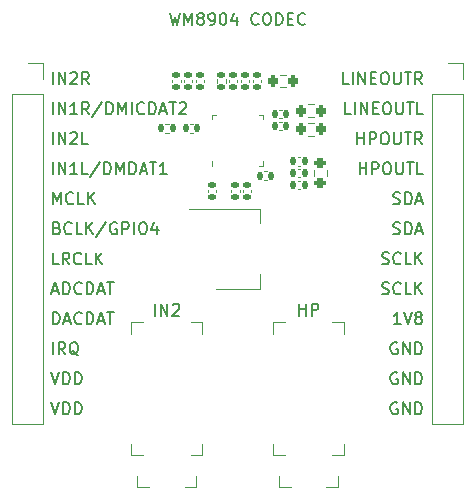
<source format=gto>
%TF.GenerationSoftware,KiCad,Pcbnew,(6.0.0-0)*%
%TF.CreationDate,2022-11-28T12:15:47+01:00*%
%TF.ProjectId,wm8904_codec_breakout,776d3839-3034-45f6-936f-6465635f6272,rev?*%
%TF.SameCoordinates,Original*%
%TF.FileFunction,Legend,Top*%
%TF.FilePolarity,Positive*%
%FSLAX46Y46*%
G04 Gerber Fmt 4.6, Leading zero omitted, Abs format (unit mm)*
G04 Created by KiCad (PCBNEW (6.0.0-0)) date 2022-11-28 12:15:47*
%MOMM*%
%LPD*%
G01*
G04 APERTURE LIST*
G04 Aperture macros list*
%AMRoundRect*
0 Rectangle with rounded corners*
0 $1 Rounding radius*
0 $2 $3 $4 $5 $6 $7 $8 $9 X,Y pos of 4 corners*
0 Add a 4 corners polygon primitive as box body*
4,1,4,$2,$3,$4,$5,$6,$7,$8,$9,$2,$3,0*
0 Add four circle primitives for the rounded corners*
1,1,$1+$1,$2,$3*
1,1,$1+$1,$4,$5*
1,1,$1+$1,$6,$7*
1,1,$1+$1,$8,$9*
0 Add four rect primitives between the rounded corners*
20,1,$1+$1,$2,$3,$4,$5,0*
20,1,$1+$1,$4,$5,$6,$7,0*
20,1,$1+$1,$6,$7,$8,$9,0*
20,1,$1+$1,$8,$9,$2,$3,0*%
G04 Aperture macros list end*
%ADD10C,0.150000*%
%ADD11C,0.120000*%
%ADD12RoundRect,0.135000X-0.185000X0.135000X-0.185000X-0.135000X0.185000X-0.135000X0.185000X0.135000X0*%
%ADD13RoundRect,0.140000X-0.140000X-0.170000X0.140000X-0.170000X0.140000X0.170000X-0.140000X0.170000X0*%
%ADD14R,1.700000X1.700000*%
%ADD15O,1.700000X1.700000*%
%ADD16C,2.500000*%
%ADD17RoundRect,0.140000X0.170000X-0.140000X0.170000X0.140000X-0.170000X0.140000X-0.170000X-0.140000X0*%
%ADD18RoundRect,0.135000X0.135000X0.185000X-0.135000X0.185000X-0.135000X-0.185000X0.135000X-0.185000X0*%
%ADD19RoundRect,0.140000X0.140000X0.170000X-0.140000X0.170000X-0.140000X-0.170000X0.140000X-0.170000X0*%
%ADD20R,3.500000X1.500000*%
%ADD21RoundRect,0.140000X-0.170000X0.140000X-0.170000X-0.140000X0.170000X-0.140000X0.170000X0.140000X0*%
%ADD22RoundRect,0.200000X-0.200000X-0.275000X0.200000X-0.275000X0.200000X0.275000X-0.200000X0.275000X0*%
%ADD23O,0.200000X0.400000*%
%ADD24O,0.400000X0.200000*%
%ADD25R,2.700000X2.700000*%
%ADD26R,2.000000X1.500000*%
%ADD27R,2.000000X3.800000*%
%ADD28RoundRect,0.200000X-0.275000X0.200000X-0.275000X-0.200000X0.275000X-0.200000X0.275000X0.200000X0*%
G04 APERTURE END LIST*
D10*
X162217071Y-83660761D02*
X162359928Y-83708380D01*
X162598023Y-83708380D01*
X162693261Y-83660761D01*
X162740880Y-83613142D01*
X162788500Y-83517904D01*
X162788500Y-83422666D01*
X162740880Y-83327428D01*
X162693261Y-83279809D01*
X162598023Y-83232190D01*
X162407547Y-83184571D01*
X162312309Y-83136952D01*
X162264690Y-83089333D01*
X162217071Y-82994095D01*
X162217071Y-82898857D01*
X162264690Y-82803619D01*
X162312309Y-82756000D01*
X162407547Y-82708380D01*
X162645642Y-82708380D01*
X162788500Y-82756000D01*
X163788500Y-83613142D02*
X163740880Y-83660761D01*
X163598023Y-83708380D01*
X163502785Y-83708380D01*
X163359928Y-83660761D01*
X163264690Y-83565523D01*
X163217071Y-83470285D01*
X163169452Y-83279809D01*
X163169452Y-83136952D01*
X163217071Y-82946476D01*
X163264690Y-82851238D01*
X163359928Y-82756000D01*
X163502785Y-82708380D01*
X163598023Y-82708380D01*
X163740880Y-82756000D01*
X163788500Y-82803619D01*
X164693261Y-83708380D02*
X164217071Y-83708380D01*
X164217071Y-82708380D01*
X165026595Y-83708380D02*
X165026595Y-82708380D01*
X165598023Y-83708380D02*
X165169452Y-83136952D01*
X165598023Y-82708380D02*
X165026595Y-83279809D01*
X134212738Y-92858380D02*
X134546071Y-93858380D01*
X134879404Y-92858380D01*
X135212738Y-93858380D02*
X135212738Y-92858380D01*
X135450833Y-92858380D01*
X135593690Y-92906000D01*
X135688928Y-93001238D01*
X135736547Y-93096476D01*
X135784166Y-93286952D01*
X135784166Y-93429809D01*
X135736547Y-93620285D01*
X135688928Y-93715523D01*
X135593690Y-93810761D01*
X135450833Y-93858380D01*
X135212738Y-93858380D01*
X136212738Y-93858380D02*
X136212738Y-92858380D01*
X136450833Y-92858380D01*
X136593690Y-92906000D01*
X136688928Y-93001238D01*
X136736547Y-93096476D01*
X136784166Y-93286952D01*
X136784166Y-93429809D01*
X136736547Y-93620285D01*
X136688928Y-93715523D01*
X136593690Y-93810761D01*
X136450833Y-93858380D01*
X136212738Y-93858380D01*
X162217071Y-86200761D02*
X162359928Y-86248380D01*
X162598023Y-86248380D01*
X162693261Y-86200761D01*
X162740880Y-86153142D01*
X162788500Y-86057904D01*
X162788500Y-85962666D01*
X162740880Y-85867428D01*
X162693261Y-85819809D01*
X162598023Y-85772190D01*
X162407547Y-85724571D01*
X162312309Y-85676952D01*
X162264690Y-85629333D01*
X162217071Y-85534095D01*
X162217071Y-85438857D01*
X162264690Y-85343619D01*
X162312309Y-85296000D01*
X162407547Y-85248380D01*
X162645642Y-85248380D01*
X162788500Y-85296000D01*
X163788500Y-86153142D02*
X163740880Y-86200761D01*
X163598023Y-86248380D01*
X163502785Y-86248380D01*
X163359928Y-86200761D01*
X163264690Y-86105523D01*
X163217071Y-86010285D01*
X163169452Y-85819809D01*
X163169452Y-85676952D01*
X163217071Y-85486476D01*
X163264690Y-85391238D01*
X163359928Y-85296000D01*
X163502785Y-85248380D01*
X163598023Y-85248380D01*
X163740880Y-85296000D01*
X163788500Y-85343619D01*
X164693261Y-86248380D02*
X164217071Y-86248380D01*
X164217071Y-85248380D01*
X165026595Y-86248380D02*
X165026595Y-85248380D01*
X165598023Y-86248380D02*
X165169452Y-85676952D01*
X165598023Y-85248380D02*
X165026595Y-85819809D01*
X163169452Y-78580761D02*
X163312309Y-78628380D01*
X163550404Y-78628380D01*
X163645642Y-78580761D01*
X163693261Y-78533142D01*
X163740880Y-78437904D01*
X163740880Y-78342666D01*
X163693261Y-78247428D01*
X163645642Y-78199809D01*
X163550404Y-78152190D01*
X163359928Y-78104571D01*
X163264690Y-78056952D01*
X163217071Y-78009333D01*
X163169452Y-77914095D01*
X163169452Y-77818857D01*
X163217071Y-77723619D01*
X163264690Y-77676000D01*
X163359928Y-77628380D01*
X163598023Y-77628380D01*
X163740880Y-77676000D01*
X164169452Y-78628380D02*
X164169452Y-77628380D01*
X164407547Y-77628380D01*
X164550404Y-77676000D01*
X164645642Y-77771238D01*
X164693261Y-77866476D01*
X164740880Y-78056952D01*
X164740880Y-78199809D01*
X164693261Y-78390285D01*
X164645642Y-78485523D01*
X164550404Y-78580761D01*
X164407547Y-78628380D01*
X164169452Y-78628380D01*
X165121833Y-78342666D02*
X165598023Y-78342666D01*
X165026595Y-78628380D02*
X165359928Y-77628380D01*
X165693261Y-78628380D01*
X163502785Y-92916000D02*
X163407547Y-92868380D01*
X163264690Y-92868380D01*
X163121833Y-92916000D01*
X163026595Y-93011238D01*
X162978976Y-93106476D01*
X162931357Y-93296952D01*
X162931357Y-93439809D01*
X162978976Y-93630285D01*
X163026595Y-93725523D01*
X163121833Y-93820761D01*
X163264690Y-93868380D01*
X163359928Y-93868380D01*
X163502785Y-93820761D01*
X163550404Y-93773142D01*
X163550404Y-93439809D01*
X163359928Y-93439809D01*
X163978976Y-93868380D02*
X163978976Y-92868380D01*
X164550404Y-93868380D01*
X164550404Y-92868380D01*
X165026595Y-93868380D02*
X165026595Y-92868380D01*
X165264690Y-92868380D01*
X165407547Y-92916000D01*
X165502785Y-93011238D01*
X165550404Y-93106476D01*
X165598023Y-93296952D01*
X165598023Y-93439809D01*
X165550404Y-93630285D01*
X165502785Y-93725523D01*
X165407547Y-93820761D01*
X165264690Y-93868380D01*
X165026595Y-93868380D01*
X134355595Y-91318380D02*
X134355595Y-90318380D01*
X135403214Y-91318380D02*
X135069880Y-90842190D01*
X134831785Y-91318380D02*
X134831785Y-90318380D01*
X135212738Y-90318380D01*
X135307976Y-90366000D01*
X135355595Y-90413619D01*
X135403214Y-90508857D01*
X135403214Y-90651714D01*
X135355595Y-90746952D01*
X135307976Y-90794571D01*
X135212738Y-90842190D01*
X134831785Y-90842190D01*
X136498452Y-91413619D02*
X136403214Y-91366000D01*
X136307976Y-91270761D01*
X136165119Y-91127904D01*
X136069880Y-91080285D01*
X135974642Y-91080285D01*
X136022261Y-91318380D02*
X135927023Y-91270761D01*
X135831785Y-91175523D01*
X135784166Y-90985047D01*
X135784166Y-90651714D01*
X135831785Y-90461238D01*
X135927023Y-90366000D01*
X136022261Y-90318380D01*
X136212738Y-90318380D01*
X136307976Y-90366000D01*
X136403214Y-90461238D01*
X136450833Y-90651714D01*
X136450833Y-90985047D01*
X136403214Y-91175523D01*
X136307976Y-91270761D01*
X136212738Y-91318380D01*
X136022261Y-91318380D01*
X134355595Y-78618380D02*
X134355595Y-77618380D01*
X134688928Y-78332666D01*
X135022261Y-77618380D01*
X135022261Y-78618380D01*
X136069880Y-78523142D02*
X136022261Y-78570761D01*
X135879404Y-78618380D01*
X135784166Y-78618380D01*
X135641309Y-78570761D01*
X135546071Y-78475523D01*
X135498452Y-78380285D01*
X135450833Y-78189809D01*
X135450833Y-78046952D01*
X135498452Y-77856476D01*
X135546071Y-77761238D01*
X135641309Y-77666000D01*
X135784166Y-77618380D01*
X135879404Y-77618380D01*
X136022261Y-77666000D01*
X136069880Y-77713619D01*
X136974642Y-78618380D02*
X136498452Y-78618380D01*
X136498452Y-77618380D01*
X137307976Y-78618380D02*
X137307976Y-77618380D01*
X137879404Y-78618380D02*
X137450833Y-78046952D01*
X137879404Y-77618380D02*
X137307976Y-78189809D01*
X134831785Y-83718380D02*
X134355595Y-83718380D01*
X134355595Y-82718380D01*
X135736547Y-83718380D02*
X135403214Y-83242190D01*
X135165119Y-83718380D02*
X135165119Y-82718380D01*
X135546071Y-82718380D01*
X135641309Y-82766000D01*
X135688928Y-82813619D01*
X135736547Y-82908857D01*
X135736547Y-83051714D01*
X135688928Y-83146952D01*
X135641309Y-83194571D01*
X135546071Y-83242190D01*
X135165119Y-83242190D01*
X136736547Y-83623142D02*
X136688928Y-83670761D01*
X136546071Y-83718380D01*
X136450833Y-83718380D01*
X136307976Y-83670761D01*
X136212738Y-83575523D01*
X136165119Y-83480285D01*
X136117500Y-83289809D01*
X136117500Y-83146952D01*
X136165119Y-82956476D01*
X136212738Y-82861238D01*
X136307976Y-82766000D01*
X136450833Y-82718380D01*
X136546071Y-82718380D01*
X136688928Y-82766000D01*
X136736547Y-82813619D01*
X137641309Y-83718380D02*
X137165119Y-83718380D01*
X137165119Y-82718380D01*
X137974642Y-83718380D02*
X137974642Y-82718380D01*
X138546071Y-83718380D02*
X138117500Y-83146952D01*
X138546071Y-82718380D02*
X137974642Y-83289809D01*
X134355595Y-73538380D02*
X134355595Y-72538380D01*
X134831785Y-73538380D02*
X134831785Y-72538380D01*
X135403214Y-73538380D01*
X135403214Y-72538380D01*
X135831785Y-72633619D02*
X135879404Y-72586000D01*
X135974642Y-72538380D01*
X136212738Y-72538380D01*
X136307976Y-72586000D01*
X136355595Y-72633619D01*
X136403214Y-72728857D01*
X136403214Y-72824095D01*
X136355595Y-72966952D01*
X135784166Y-73538380D01*
X136403214Y-73538380D01*
X137307976Y-73538380D02*
X136831785Y-73538380D01*
X136831785Y-72538380D01*
X134355595Y-76078380D02*
X134355595Y-75078380D01*
X134831785Y-76078380D02*
X134831785Y-75078380D01*
X135403214Y-76078380D01*
X135403214Y-75078380D01*
X136403214Y-76078380D02*
X135831785Y-76078380D01*
X136117500Y-76078380D02*
X136117500Y-75078380D01*
X136022261Y-75221238D01*
X135927023Y-75316476D01*
X135831785Y-75364095D01*
X137307976Y-76078380D02*
X136831785Y-76078380D01*
X136831785Y-75078380D01*
X138355595Y-75030761D02*
X137498452Y-76316476D01*
X138688928Y-76078380D02*
X138688928Y-75078380D01*
X138927023Y-75078380D01*
X139069880Y-75126000D01*
X139165119Y-75221238D01*
X139212738Y-75316476D01*
X139260357Y-75506952D01*
X139260357Y-75649809D01*
X139212738Y-75840285D01*
X139165119Y-75935523D01*
X139069880Y-76030761D01*
X138927023Y-76078380D01*
X138688928Y-76078380D01*
X139688928Y-76078380D02*
X139688928Y-75078380D01*
X140022261Y-75792666D01*
X140355595Y-75078380D01*
X140355595Y-76078380D01*
X140831785Y-76078380D02*
X140831785Y-75078380D01*
X141069880Y-75078380D01*
X141212738Y-75126000D01*
X141307976Y-75221238D01*
X141355595Y-75316476D01*
X141403214Y-75506952D01*
X141403214Y-75649809D01*
X141355595Y-75840285D01*
X141307976Y-75935523D01*
X141212738Y-76030761D01*
X141069880Y-76078380D01*
X140831785Y-76078380D01*
X141784166Y-75792666D02*
X142260357Y-75792666D01*
X141688928Y-76078380D02*
X142022261Y-75078380D01*
X142355595Y-76078380D01*
X142546071Y-75078380D02*
X143117500Y-75078380D01*
X142831785Y-76078380D02*
X142831785Y-75078380D01*
X143974642Y-76078380D02*
X143403214Y-76078380D01*
X143688928Y-76078380D02*
X143688928Y-75078380D01*
X143593690Y-75221238D01*
X143498452Y-75316476D01*
X143403214Y-75364095D01*
X163788500Y-88788380D02*
X163217071Y-88788380D01*
X163502785Y-88788380D02*
X163502785Y-87788380D01*
X163407547Y-87931238D01*
X163312309Y-88026476D01*
X163217071Y-88074095D01*
X164074214Y-87788380D02*
X164407547Y-88788380D01*
X164740880Y-87788380D01*
X165217071Y-88216952D02*
X165121833Y-88169333D01*
X165074214Y-88121714D01*
X165026595Y-88026476D01*
X165026595Y-87978857D01*
X165074214Y-87883619D01*
X165121833Y-87836000D01*
X165217071Y-87788380D01*
X165407547Y-87788380D01*
X165502785Y-87836000D01*
X165550404Y-87883619D01*
X165598023Y-87978857D01*
X165598023Y-88026476D01*
X165550404Y-88121714D01*
X165502785Y-88169333D01*
X165407547Y-88216952D01*
X165217071Y-88216952D01*
X165121833Y-88264571D01*
X165074214Y-88312190D01*
X165026595Y-88407428D01*
X165026595Y-88597904D01*
X165074214Y-88693142D01*
X165121833Y-88740761D01*
X165217071Y-88788380D01*
X165407547Y-88788380D01*
X165502785Y-88740761D01*
X165550404Y-88693142D01*
X165598023Y-88597904D01*
X165598023Y-88407428D01*
X165550404Y-88312190D01*
X165502785Y-88264571D01*
X165407547Y-88216952D01*
X134307976Y-85952666D02*
X134784166Y-85952666D01*
X134212738Y-86238380D02*
X134546071Y-85238380D01*
X134879404Y-86238380D01*
X135212738Y-86238380D02*
X135212738Y-85238380D01*
X135450833Y-85238380D01*
X135593690Y-85286000D01*
X135688928Y-85381238D01*
X135736547Y-85476476D01*
X135784166Y-85666952D01*
X135784166Y-85809809D01*
X135736547Y-86000285D01*
X135688928Y-86095523D01*
X135593690Y-86190761D01*
X135450833Y-86238380D01*
X135212738Y-86238380D01*
X136784166Y-86143142D02*
X136736547Y-86190761D01*
X136593690Y-86238380D01*
X136498452Y-86238380D01*
X136355595Y-86190761D01*
X136260357Y-86095523D01*
X136212738Y-86000285D01*
X136165119Y-85809809D01*
X136165119Y-85666952D01*
X136212738Y-85476476D01*
X136260357Y-85381238D01*
X136355595Y-85286000D01*
X136498452Y-85238380D01*
X136593690Y-85238380D01*
X136736547Y-85286000D01*
X136784166Y-85333619D01*
X137212738Y-86238380D02*
X137212738Y-85238380D01*
X137450833Y-85238380D01*
X137593690Y-85286000D01*
X137688928Y-85381238D01*
X137736547Y-85476476D01*
X137784166Y-85666952D01*
X137784166Y-85809809D01*
X137736547Y-86000285D01*
X137688928Y-86095523D01*
X137593690Y-86190761D01*
X137450833Y-86238380D01*
X137212738Y-86238380D01*
X138165119Y-85952666D02*
X138641309Y-85952666D01*
X138069880Y-86238380D02*
X138403214Y-85238380D01*
X138736547Y-86238380D01*
X138927023Y-85238380D02*
X139498452Y-85238380D01*
X139212738Y-86238380D02*
X139212738Y-85238380D01*
X163502785Y-95456000D02*
X163407547Y-95408380D01*
X163264690Y-95408380D01*
X163121833Y-95456000D01*
X163026595Y-95551238D01*
X162978976Y-95646476D01*
X162931357Y-95836952D01*
X162931357Y-95979809D01*
X162978976Y-96170285D01*
X163026595Y-96265523D01*
X163121833Y-96360761D01*
X163264690Y-96408380D01*
X163359928Y-96408380D01*
X163502785Y-96360761D01*
X163550404Y-96313142D01*
X163550404Y-95979809D01*
X163359928Y-95979809D01*
X163978976Y-96408380D02*
X163978976Y-95408380D01*
X164550404Y-96408380D01*
X164550404Y-95408380D01*
X165026595Y-96408380D02*
X165026595Y-95408380D01*
X165264690Y-95408380D01*
X165407547Y-95456000D01*
X165502785Y-95551238D01*
X165550404Y-95646476D01*
X165598023Y-95836952D01*
X165598023Y-95979809D01*
X165550404Y-96170285D01*
X165502785Y-96265523D01*
X165407547Y-96360761D01*
X165264690Y-96408380D01*
X165026595Y-96408380D01*
X160312309Y-76088380D02*
X160312309Y-75088380D01*
X160312309Y-75564571D02*
X160883738Y-75564571D01*
X160883738Y-76088380D02*
X160883738Y-75088380D01*
X161359928Y-76088380D02*
X161359928Y-75088380D01*
X161740880Y-75088380D01*
X161836119Y-75136000D01*
X161883738Y-75183619D01*
X161931357Y-75278857D01*
X161931357Y-75421714D01*
X161883738Y-75516952D01*
X161836119Y-75564571D01*
X161740880Y-75612190D01*
X161359928Y-75612190D01*
X162550404Y-75088380D02*
X162740880Y-75088380D01*
X162836119Y-75136000D01*
X162931357Y-75231238D01*
X162978976Y-75421714D01*
X162978976Y-75755047D01*
X162931357Y-75945523D01*
X162836119Y-76040761D01*
X162740880Y-76088380D01*
X162550404Y-76088380D01*
X162455166Y-76040761D01*
X162359928Y-75945523D01*
X162312309Y-75755047D01*
X162312309Y-75421714D01*
X162359928Y-75231238D01*
X162455166Y-75136000D01*
X162550404Y-75088380D01*
X163407547Y-75088380D02*
X163407547Y-75897904D01*
X163455166Y-75993142D01*
X163502785Y-76040761D01*
X163598023Y-76088380D01*
X163788500Y-76088380D01*
X163883738Y-76040761D01*
X163931357Y-75993142D01*
X163978976Y-75897904D01*
X163978976Y-75088380D01*
X164312309Y-75088380D02*
X164883738Y-75088380D01*
X164598023Y-76088380D02*
X164598023Y-75088380D01*
X165693261Y-76088380D02*
X165217071Y-76088380D01*
X165217071Y-75088380D01*
X134212738Y-95398380D02*
X134546071Y-96398380D01*
X134879404Y-95398380D01*
X135212738Y-96398380D02*
X135212738Y-95398380D01*
X135450833Y-95398380D01*
X135593690Y-95446000D01*
X135688928Y-95541238D01*
X135736547Y-95636476D01*
X135784166Y-95826952D01*
X135784166Y-95969809D01*
X135736547Y-96160285D01*
X135688928Y-96255523D01*
X135593690Y-96350761D01*
X135450833Y-96398380D01*
X135212738Y-96398380D01*
X136212738Y-96398380D02*
X136212738Y-95398380D01*
X136450833Y-95398380D01*
X136593690Y-95446000D01*
X136688928Y-95541238D01*
X136736547Y-95636476D01*
X136784166Y-95826952D01*
X136784166Y-95969809D01*
X136736547Y-96160285D01*
X136688928Y-96255523D01*
X136593690Y-96350761D01*
X136450833Y-96398380D01*
X136212738Y-96398380D01*
X155214285Y-88052380D02*
X155214285Y-87052380D01*
X155214285Y-87528571D02*
X155785714Y-87528571D01*
X155785714Y-88052380D02*
X155785714Y-87052380D01*
X156261904Y-88052380D02*
X156261904Y-87052380D01*
X156642857Y-87052380D01*
X156738095Y-87100000D01*
X156785714Y-87147619D01*
X156833333Y-87242857D01*
X156833333Y-87385714D01*
X156785714Y-87480952D01*
X156738095Y-87528571D01*
X156642857Y-87576190D01*
X156261904Y-87576190D01*
X134355595Y-88778380D02*
X134355595Y-87778380D01*
X134593690Y-87778380D01*
X134736547Y-87826000D01*
X134831785Y-87921238D01*
X134879404Y-88016476D01*
X134927023Y-88206952D01*
X134927023Y-88349809D01*
X134879404Y-88540285D01*
X134831785Y-88635523D01*
X134736547Y-88730761D01*
X134593690Y-88778380D01*
X134355595Y-88778380D01*
X135307976Y-88492666D02*
X135784166Y-88492666D01*
X135212738Y-88778380D02*
X135546071Y-87778380D01*
X135879404Y-88778380D01*
X136784166Y-88683142D02*
X136736547Y-88730761D01*
X136593690Y-88778380D01*
X136498452Y-88778380D01*
X136355595Y-88730761D01*
X136260357Y-88635523D01*
X136212738Y-88540285D01*
X136165119Y-88349809D01*
X136165119Y-88206952D01*
X136212738Y-88016476D01*
X136260357Y-87921238D01*
X136355595Y-87826000D01*
X136498452Y-87778380D01*
X136593690Y-87778380D01*
X136736547Y-87826000D01*
X136784166Y-87873619D01*
X137212738Y-88778380D02*
X137212738Y-87778380D01*
X137450833Y-87778380D01*
X137593690Y-87826000D01*
X137688928Y-87921238D01*
X137736547Y-88016476D01*
X137784166Y-88206952D01*
X137784166Y-88349809D01*
X137736547Y-88540285D01*
X137688928Y-88635523D01*
X137593690Y-88730761D01*
X137450833Y-88778380D01*
X137212738Y-88778380D01*
X138165119Y-88492666D02*
X138641309Y-88492666D01*
X138069880Y-88778380D02*
X138403214Y-87778380D01*
X138736547Y-88778380D01*
X138927023Y-87778380D02*
X139498452Y-87778380D01*
X139212738Y-88778380D02*
X139212738Y-87778380D01*
X134688928Y-80634571D02*
X134831785Y-80682190D01*
X134879404Y-80729809D01*
X134927023Y-80825047D01*
X134927023Y-80967904D01*
X134879404Y-81063142D01*
X134831785Y-81110761D01*
X134736547Y-81158380D01*
X134355595Y-81158380D01*
X134355595Y-80158380D01*
X134688928Y-80158380D01*
X134784166Y-80206000D01*
X134831785Y-80253619D01*
X134879404Y-80348857D01*
X134879404Y-80444095D01*
X134831785Y-80539333D01*
X134784166Y-80586952D01*
X134688928Y-80634571D01*
X134355595Y-80634571D01*
X135927023Y-81063142D02*
X135879404Y-81110761D01*
X135736547Y-81158380D01*
X135641309Y-81158380D01*
X135498452Y-81110761D01*
X135403214Y-81015523D01*
X135355595Y-80920285D01*
X135307976Y-80729809D01*
X135307976Y-80586952D01*
X135355595Y-80396476D01*
X135403214Y-80301238D01*
X135498452Y-80206000D01*
X135641309Y-80158380D01*
X135736547Y-80158380D01*
X135879404Y-80206000D01*
X135927023Y-80253619D01*
X136831785Y-81158380D02*
X136355595Y-81158380D01*
X136355595Y-80158380D01*
X137165119Y-81158380D02*
X137165119Y-80158380D01*
X137736547Y-81158380D02*
X137307976Y-80586952D01*
X137736547Y-80158380D02*
X137165119Y-80729809D01*
X138879404Y-80110761D02*
X138022261Y-81396476D01*
X139736547Y-80206000D02*
X139641309Y-80158380D01*
X139498452Y-80158380D01*
X139355595Y-80206000D01*
X139260357Y-80301238D01*
X139212738Y-80396476D01*
X139165119Y-80586952D01*
X139165119Y-80729809D01*
X139212738Y-80920285D01*
X139260357Y-81015523D01*
X139355595Y-81110761D01*
X139498452Y-81158380D01*
X139593690Y-81158380D01*
X139736547Y-81110761D01*
X139784166Y-81063142D01*
X139784166Y-80729809D01*
X139593690Y-80729809D01*
X140212738Y-81158380D02*
X140212738Y-80158380D01*
X140593690Y-80158380D01*
X140688928Y-80206000D01*
X140736547Y-80253619D01*
X140784166Y-80348857D01*
X140784166Y-80491714D01*
X140736547Y-80586952D01*
X140688928Y-80634571D01*
X140593690Y-80682190D01*
X140212738Y-80682190D01*
X141212738Y-81158380D02*
X141212738Y-80158380D01*
X141879404Y-80158380D02*
X142069880Y-80158380D01*
X142165119Y-80206000D01*
X142260357Y-80301238D01*
X142307976Y-80491714D01*
X142307976Y-80825047D01*
X142260357Y-81015523D01*
X142165119Y-81110761D01*
X142069880Y-81158380D01*
X141879404Y-81158380D01*
X141784166Y-81110761D01*
X141688928Y-81015523D01*
X141641309Y-80825047D01*
X141641309Y-80491714D01*
X141688928Y-80301238D01*
X141784166Y-80206000D01*
X141879404Y-80158380D01*
X143165119Y-80491714D02*
X143165119Y-81158380D01*
X142927023Y-80110761D02*
X142688928Y-80825047D01*
X143307976Y-80825047D01*
X134355595Y-70998380D02*
X134355595Y-69998380D01*
X134831785Y-70998380D02*
X134831785Y-69998380D01*
X135403214Y-70998380D01*
X135403214Y-69998380D01*
X136403214Y-70998380D02*
X135831785Y-70998380D01*
X136117500Y-70998380D02*
X136117500Y-69998380D01*
X136022261Y-70141238D01*
X135927023Y-70236476D01*
X135831785Y-70284095D01*
X137403214Y-70998380D02*
X137069880Y-70522190D01*
X136831785Y-70998380D02*
X136831785Y-69998380D01*
X137212738Y-69998380D01*
X137307976Y-70046000D01*
X137355595Y-70093619D01*
X137403214Y-70188857D01*
X137403214Y-70331714D01*
X137355595Y-70426952D01*
X137307976Y-70474571D01*
X137212738Y-70522190D01*
X136831785Y-70522190D01*
X138546071Y-69950761D02*
X137688928Y-71236476D01*
X138879404Y-70998380D02*
X138879404Y-69998380D01*
X139117500Y-69998380D01*
X139260357Y-70046000D01*
X139355595Y-70141238D01*
X139403214Y-70236476D01*
X139450833Y-70426952D01*
X139450833Y-70569809D01*
X139403214Y-70760285D01*
X139355595Y-70855523D01*
X139260357Y-70950761D01*
X139117500Y-70998380D01*
X138879404Y-70998380D01*
X139879404Y-70998380D02*
X139879404Y-69998380D01*
X140212738Y-70712666D01*
X140546071Y-69998380D01*
X140546071Y-70998380D01*
X141022261Y-70998380D02*
X141022261Y-69998380D01*
X142069880Y-70903142D02*
X142022261Y-70950761D01*
X141879404Y-70998380D01*
X141784166Y-70998380D01*
X141641309Y-70950761D01*
X141546071Y-70855523D01*
X141498452Y-70760285D01*
X141450833Y-70569809D01*
X141450833Y-70426952D01*
X141498452Y-70236476D01*
X141546071Y-70141238D01*
X141641309Y-70046000D01*
X141784166Y-69998380D01*
X141879404Y-69998380D01*
X142022261Y-70046000D01*
X142069880Y-70093619D01*
X142498452Y-70998380D02*
X142498452Y-69998380D01*
X142736547Y-69998380D01*
X142879404Y-70046000D01*
X142974642Y-70141238D01*
X143022261Y-70236476D01*
X143069880Y-70426952D01*
X143069880Y-70569809D01*
X143022261Y-70760285D01*
X142974642Y-70855523D01*
X142879404Y-70950761D01*
X142736547Y-70998380D01*
X142498452Y-70998380D01*
X143450833Y-70712666D02*
X143927023Y-70712666D01*
X143355595Y-70998380D02*
X143688928Y-69998380D01*
X144022261Y-70998380D01*
X144212738Y-69998380D02*
X144784166Y-69998380D01*
X144498452Y-70998380D02*
X144498452Y-69998380D01*
X145069880Y-70093619D02*
X145117500Y-70046000D01*
X145212738Y-69998380D01*
X145450833Y-69998380D01*
X145546071Y-70046000D01*
X145593690Y-70093619D01*
X145641309Y-70188857D01*
X145641309Y-70284095D01*
X145593690Y-70426952D01*
X145022261Y-70998380D01*
X145641309Y-70998380D01*
X134355595Y-68458380D02*
X134355595Y-67458380D01*
X134831785Y-68458380D02*
X134831785Y-67458380D01*
X135403214Y-68458380D01*
X135403214Y-67458380D01*
X135831785Y-67553619D02*
X135879404Y-67506000D01*
X135974642Y-67458380D01*
X136212738Y-67458380D01*
X136307976Y-67506000D01*
X136355595Y-67553619D01*
X136403214Y-67648857D01*
X136403214Y-67744095D01*
X136355595Y-67886952D01*
X135784166Y-68458380D01*
X136403214Y-68458380D01*
X137403214Y-68458380D02*
X137069880Y-67982190D01*
X136831785Y-68458380D02*
X136831785Y-67458380D01*
X137212738Y-67458380D01*
X137307976Y-67506000D01*
X137355595Y-67553619D01*
X137403214Y-67648857D01*
X137403214Y-67791714D01*
X137355595Y-67886952D01*
X137307976Y-67934571D01*
X137212738Y-67982190D01*
X136831785Y-67982190D01*
X159407547Y-68458380D02*
X158931357Y-68458380D01*
X158931357Y-67458380D01*
X159740880Y-68458380D02*
X159740880Y-67458380D01*
X160217071Y-68458380D02*
X160217071Y-67458380D01*
X160788500Y-68458380D01*
X160788500Y-67458380D01*
X161264690Y-67934571D02*
X161598023Y-67934571D01*
X161740880Y-68458380D02*
X161264690Y-68458380D01*
X161264690Y-67458380D01*
X161740880Y-67458380D01*
X162359928Y-67458380D02*
X162550404Y-67458380D01*
X162645642Y-67506000D01*
X162740880Y-67601238D01*
X162788500Y-67791714D01*
X162788500Y-68125047D01*
X162740880Y-68315523D01*
X162645642Y-68410761D01*
X162550404Y-68458380D01*
X162359928Y-68458380D01*
X162264690Y-68410761D01*
X162169452Y-68315523D01*
X162121833Y-68125047D01*
X162121833Y-67791714D01*
X162169452Y-67601238D01*
X162264690Y-67506000D01*
X162359928Y-67458380D01*
X163217071Y-67458380D02*
X163217071Y-68267904D01*
X163264690Y-68363142D01*
X163312309Y-68410761D01*
X163407547Y-68458380D01*
X163598023Y-68458380D01*
X163693261Y-68410761D01*
X163740880Y-68363142D01*
X163788500Y-68267904D01*
X163788500Y-67458380D01*
X164121833Y-67458380D02*
X164693261Y-67458380D01*
X164407547Y-68458380D02*
X164407547Y-67458380D01*
X165598023Y-68458380D02*
X165264690Y-67982190D01*
X165026595Y-68458380D02*
X165026595Y-67458380D01*
X165407547Y-67458380D01*
X165502785Y-67506000D01*
X165550404Y-67553619D01*
X165598023Y-67648857D01*
X165598023Y-67791714D01*
X165550404Y-67886952D01*
X165502785Y-67934571D01*
X165407547Y-67982190D01*
X165026595Y-67982190D01*
X144238095Y-62452380D02*
X144476190Y-63452380D01*
X144666666Y-62738095D01*
X144857142Y-63452380D01*
X145095238Y-62452380D01*
X145476190Y-63452380D02*
X145476190Y-62452380D01*
X145809523Y-63166666D01*
X146142857Y-62452380D01*
X146142857Y-63452380D01*
X146761904Y-62880952D02*
X146666666Y-62833333D01*
X146619047Y-62785714D01*
X146571428Y-62690476D01*
X146571428Y-62642857D01*
X146619047Y-62547619D01*
X146666666Y-62500000D01*
X146761904Y-62452380D01*
X146952380Y-62452380D01*
X147047619Y-62500000D01*
X147095238Y-62547619D01*
X147142857Y-62642857D01*
X147142857Y-62690476D01*
X147095238Y-62785714D01*
X147047619Y-62833333D01*
X146952380Y-62880952D01*
X146761904Y-62880952D01*
X146666666Y-62928571D01*
X146619047Y-62976190D01*
X146571428Y-63071428D01*
X146571428Y-63261904D01*
X146619047Y-63357142D01*
X146666666Y-63404761D01*
X146761904Y-63452380D01*
X146952380Y-63452380D01*
X147047619Y-63404761D01*
X147095238Y-63357142D01*
X147142857Y-63261904D01*
X147142857Y-63071428D01*
X147095238Y-62976190D01*
X147047619Y-62928571D01*
X146952380Y-62880952D01*
X147619047Y-63452380D02*
X147809523Y-63452380D01*
X147904761Y-63404761D01*
X147952380Y-63357142D01*
X148047619Y-63214285D01*
X148095238Y-63023809D01*
X148095238Y-62642857D01*
X148047619Y-62547619D01*
X148000000Y-62500000D01*
X147904761Y-62452380D01*
X147714285Y-62452380D01*
X147619047Y-62500000D01*
X147571428Y-62547619D01*
X147523809Y-62642857D01*
X147523809Y-62880952D01*
X147571428Y-62976190D01*
X147619047Y-63023809D01*
X147714285Y-63071428D01*
X147904761Y-63071428D01*
X148000000Y-63023809D01*
X148047619Y-62976190D01*
X148095238Y-62880952D01*
X148714285Y-62452380D02*
X148809523Y-62452380D01*
X148904761Y-62500000D01*
X148952380Y-62547619D01*
X149000000Y-62642857D01*
X149047619Y-62833333D01*
X149047619Y-63071428D01*
X149000000Y-63261904D01*
X148952380Y-63357142D01*
X148904761Y-63404761D01*
X148809523Y-63452380D01*
X148714285Y-63452380D01*
X148619047Y-63404761D01*
X148571428Y-63357142D01*
X148523809Y-63261904D01*
X148476190Y-63071428D01*
X148476190Y-62833333D01*
X148523809Y-62642857D01*
X148571428Y-62547619D01*
X148619047Y-62500000D01*
X148714285Y-62452380D01*
X149904761Y-62785714D02*
X149904761Y-63452380D01*
X149666666Y-62404761D02*
X149428571Y-63119047D01*
X150047619Y-63119047D01*
X151761904Y-63357142D02*
X151714285Y-63404761D01*
X151571428Y-63452380D01*
X151476190Y-63452380D01*
X151333333Y-63404761D01*
X151238095Y-63309523D01*
X151190476Y-63214285D01*
X151142857Y-63023809D01*
X151142857Y-62880952D01*
X151190476Y-62690476D01*
X151238095Y-62595238D01*
X151333333Y-62500000D01*
X151476190Y-62452380D01*
X151571428Y-62452380D01*
X151714285Y-62500000D01*
X151761904Y-62547619D01*
X152380952Y-62452380D02*
X152571428Y-62452380D01*
X152666666Y-62500000D01*
X152761904Y-62595238D01*
X152809523Y-62785714D01*
X152809523Y-63119047D01*
X152761904Y-63309523D01*
X152666666Y-63404761D01*
X152571428Y-63452380D01*
X152380952Y-63452380D01*
X152285714Y-63404761D01*
X152190476Y-63309523D01*
X152142857Y-63119047D01*
X152142857Y-62785714D01*
X152190476Y-62595238D01*
X152285714Y-62500000D01*
X152380952Y-62452380D01*
X153238095Y-63452380D02*
X153238095Y-62452380D01*
X153476190Y-62452380D01*
X153619047Y-62500000D01*
X153714285Y-62595238D01*
X153761904Y-62690476D01*
X153809523Y-62880952D01*
X153809523Y-63023809D01*
X153761904Y-63214285D01*
X153714285Y-63309523D01*
X153619047Y-63404761D01*
X153476190Y-63452380D01*
X153238095Y-63452380D01*
X154238095Y-62928571D02*
X154571428Y-62928571D01*
X154714285Y-63452380D02*
X154238095Y-63452380D01*
X154238095Y-62452380D01*
X154714285Y-62452380D01*
X155714285Y-63357142D02*
X155666666Y-63404761D01*
X155523809Y-63452380D01*
X155428571Y-63452380D01*
X155285714Y-63404761D01*
X155190476Y-63309523D01*
X155142857Y-63214285D01*
X155095238Y-63023809D01*
X155095238Y-62880952D01*
X155142857Y-62690476D01*
X155190476Y-62595238D01*
X155285714Y-62500000D01*
X155428571Y-62452380D01*
X155523809Y-62452380D01*
X155666666Y-62500000D01*
X155714285Y-62547619D01*
X163169452Y-81120761D02*
X163312309Y-81168380D01*
X163550404Y-81168380D01*
X163645642Y-81120761D01*
X163693261Y-81073142D01*
X163740880Y-80977904D01*
X163740880Y-80882666D01*
X163693261Y-80787428D01*
X163645642Y-80739809D01*
X163550404Y-80692190D01*
X163359928Y-80644571D01*
X163264690Y-80596952D01*
X163217071Y-80549333D01*
X163169452Y-80454095D01*
X163169452Y-80358857D01*
X163217071Y-80263619D01*
X163264690Y-80216000D01*
X163359928Y-80168380D01*
X163598023Y-80168380D01*
X163740880Y-80216000D01*
X164169452Y-81168380D02*
X164169452Y-80168380D01*
X164407547Y-80168380D01*
X164550404Y-80216000D01*
X164645642Y-80311238D01*
X164693261Y-80406476D01*
X164740880Y-80596952D01*
X164740880Y-80739809D01*
X164693261Y-80930285D01*
X164645642Y-81025523D01*
X164550404Y-81120761D01*
X164407547Y-81168380D01*
X164169452Y-81168380D01*
X165121833Y-80882666D02*
X165598023Y-80882666D01*
X165026595Y-81168380D02*
X165359928Y-80168380D01*
X165693261Y-81168380D01*
X160121833Y-73548380D02*
X160121833Y-72548380D01*
X160121833Y-73024571D02*
X160693261Y-73024571D01*
X160693261Y-73548380D02*
X160693261Y-72548380D01*
X161169452Y-73548380D02*
X161169452Y-72548380D01*
X161550404Y-72548380D01*
X161645642Y-72596000D01*
X161693261Y-72643619D01*
X161740880Y-72738857D01*
X161740880Y-72881714D01*
X161693261Y-72976952D01*
X161645642Y-73024571D01*
X161550404Y-73072190D01*
X161169452Y-73072190D01*
X162359928Y-72548380D02*
X162550404Y-72548380D01*
X162645642Y-72596000D01*
X162740880Y-72691238D01*
X162788500Y-72881714D01*
X162788500Y-73215047D01*
X162740880Y-73405523D01*
X162645642Y-73500761D01*
X162550404Y-73548380D01*
X162359928Y-73548380D01*
X162264690Y-73500761D01*
X162169452Y-73405523D01*
X162121833Y-73215047D01*
X162121833Y-72881714D01*
X162169452Y-72691238D01*
X162264690Y-72596000D01*
X162359928Y-72548380D01*
X163217071Y-72548380D02*
X163217071Y-73357904D01*
X163264690Y-73453142D01*
X163312309Y-73500761D01*
X163407547Y-73548380D01*
X163598023Y-73548380D01*
X163693261Y-73500761D01*
X163740880Y-73453142D01*
X163788500Y-73357904D01*
X163788500Y-72548380D01*
X164121833Y-72548380D02*
X164693261Y-72548380D01*
X164407547Y-73548380D02*
X164407547Y-72548380D01*
X165598023Y-73548380D02*
X165264690Y-73072190D01*
X165026595Y-73548380D02*
X165026595Y-72548380D01*
X165407547Y-72548380D01*
X165502785Y-72596000D01*
X165550404Y-72643619D01*
X165598023Y-72738857D01*
X165598023Y-72881714D01*
X165550404Y-72976952D01*
X165502785Y-73024571D01*
X165407547Y-73072190D01*
X165026595Y-73072190D01*
X159598023Y-71008380D02*
X159121833Y-71008380D01*
X159121833Y-70008380D01*
X159931357Y-71008380D02*
X159931357Y-70008380D01*
X160407547Y-71008380D02*
X160407547Y-70008380D01*
X160978976Y-71008380D01*
X160978976Y-70008380D01*
X161455166Y-70484571D02*
X161788500Y-70484571D01*
X161931357Y-71008380D02*
X161455166Y-71008380D01*
X161455166Y-70008380D01*
X161931357Y-70008380D01*
X162550404Y-70008380D02*
X162740880Y-70008380D01*
X162836119Y-70056000D01*
X162931357Y-70151238D01*
X162978976Y-70341714D01*
X162978976Y-70675047D01*
X162931357Y-70865523D01*
X162836119Y-70960761D01*
X162740880Y-71008380D01*
X162550404Y-71008380D01*
X162455166Y-70960761D01*
X162359928Y-70865523D01*
X162312309Y-70675047D01*
X162312309Y-70341714D01*
X162359928Y-70151238D01*
X162455166Y-70056000D01*
X162550404Y-70008380D01*
X163407547Y-70008380D02*
X163407547Y-70817904D01*
X163455166Y-70913142D01*
X163502785Y-70960761D01*
X163598023Y-71008380D01*
X163788500Y-71008380D01*
X163883738Y-70960761D01*
X163931357Y-70913142D01*
X163978976Y-70817904D01*
X163978976Y-70008380D01*
X164312309Y-70008380D02*
X164883738Y-70008380D01*
X164598023Y-71008380D02*
X164598023Y-70008380D01*
X165693261Y-71008380D02*
X165217071Y-71008380D01*
X165217071Y-70008380D01*
X163502785Y-90376000D02*
X163407547Y-90328380D01*
X163264690Y-90328380D01*
X163121833Y-90376000D01*
X163026595Y-90471238D01*
X162978976Y-90566476D01*
X162931357Y-90756952D01*
X162931357Y-90899809D01*
X162978976Y-91090285D01*
X163026595Y-91185523D01*
X163121833Y-91280761D01*
X163264690Y-91328380D01*
X163359928Y-91328380D01*
X163502785Y-91280761D01*
X163550404Y-91233142D01*
X163550404Y-90899809D01*
X163359928Y-90899809D01*
X163978976Y-91328380D02*
X163978976Y-90328380D01*
X164550404Y-91328380D01*
X164550404Y-90328380D01*
X165026595Y-91328380D02*
X165026595Y-90328380D01*
X165264690Y-90328380D01*
X165407547Y-90376000D01*
X165502785Y-90471238D01*
X165550404Y-90566476D01*
X165598023Y-90756952D01*
X165598023Y-90899809D01*
X165550404Y-91090285D01*
X165502785Y-91185523D01*
X165407547Y-91280761D01*
X165264690Y-91328380D01*
X165026595Y-91328380D01*
X143000000Y-88052380D02*
X143000000Y-87052380D01*
X143476190Y-88052380D02*
X143476190Y-87052380D01*
X144047619Y-88052380D01*
X144047619Y-87052380D01*
X144476190Y-87147619D02*
X144523809Y-87100000D01*
X144619047Y-87052380D01*
X144857142Y-87052380D01*
X144952380Y-87100000D01*
X145000000Y-87147619D01*
X145047619Y-87242857D01*
X145047619Y-87338095D01*
X145000000Y-87480952D01*
X144428571Y-88052380D01*
X145047619Y-88052380D01*
D11*
X148980000Y-68046359D02*
X148980000Y-68353641D01*
X148220000Y-68046359D02*
X148220000Y-68353641D01*
X153492164Y-71640000D02*
X153707836Y-71640000D01*
X153492164Y-72360000D02*
X153707836Y-72360000D01*
X130890000Y-69266000D02*
X133550000Y-69266000D01*
X130890000Y-97266000D02*
X133550000Y-97266000D01*
X130890000Y-69266000D02*
X130890000Y-97266000D01*
X132220000Y-66666000D02*
X133550000Y-66666000D01*
X133550000Y-66666000D02*
X133550000Y-67996000D01*
X133550000Y-69266000D02*
X133550000Y-97266000D01*
X147440000Y-77607836D02*
X147440000Y-77392164D01*
X148160000Y-77607836D02*
X148160000Y-77392164D01*
X144153641Y-71820000D02*
X143846359Y-71820000D01*
X144153641Y-72580000D02*
X143846359Y-72580000D01*
X152242164Y-76560000D02*
X152457836Y-76560000D01*
X152242164Y-75840000D02*
X152457836Y-75840000D01*
X155307836Y-77360000D02*
X155092164Y-77360000D01*
X155307836Y-76640000D02*
X155092164Y-76640000D01*
X159000000Y-88600000D02*
X159000000Y-89600000D01*
X158500000Y-101600000D02*
X158500000Y-102600000D01*
X159000000Y-99900000D02*
X158000000Y-99900000D01*
X153000000Y-98900000D02*
X153000000Y-99900000D01*
X158000000Y-88600000D02*
X159000000Y-88600000D01*
X153000000Y-88600000D02*
X154000000Y-88600000D01*
X158500000Y-102600000D02*
X157500000Y-102600000D01*
X153000000Y-89600000D02*
X153000000Y-88600000D01*
X153000000Y-99900000D02*
X154000000Y-99900000D01*
X153500000Y-101600000D02*
X153500000Y-102600000D01*
X153500000Y-102600000D02*
X154500000Y-102600000D01*
X159000000Y-98900000D02*
X159000000Y-99900000D01*
X149240000Y-68092164D02*
X149240000Y-68307836D01*
X149960000Y-68092164D02*
X149960000Y-68307836D01*
X151160000Y-77392164D02*
X151160000Y-77607836D01*
X150440000Y-77392164D02*
X150440000Y-77607836D01*
X155962534Y-71775790D02*
X156437050Y-71775790D01*
X155962534Y-72820790D02*
X156437050Y-72820790D01*
X147160000Y-68092164D02*
X147160000Y-68307836D01*
X146440000Y-68092164D02*
X146440000Y-68307836D01*
X149440000Y-77607836D02*
X149440000Y-77392164D01*
X150160000Y-77607836D02*
X150160000Y-77392164D01*
X166450000Y-97266000D02*
X169110000Y-97266000D01*
X167780000Y-66666000D02*
X169110000Y-66666000D01*
X169110000Y-66666000D02*
X169110000Y-67996000D01*
X166450000Y-69266000D02*
X166450000Y-97266000D01*
X166450000Y-69266000D02*
X169110000Y-69266000D01*
X169110000Y-69266000D02*
X169110000Y-97266000D01*
X152150000Y-75350000D02*
X151800000Y-75350000D01*
X147850000Y-71050000D02*
X148200000Y-71050000D01*
X152150000Y-71400000D02*
X152150000Y-71050000D01*
X147850000Y-71400000D02*
X147850000Y-71050000D01*
X147850000Y-75000000D02*
X147850000Y-75400000D01*
X152150000Y-75000000D02*
X152150000Y-75350000D01*
X152150000Y-71050000D02*
X151800000Y-71050000D01*
X155092164Y-74640000D02*
X155307836Y-74640000D01*
X155092164Y-75360000D02*
X155307836Y-75360000D01*
X151910000Y-85810000D02*
X151910000Y-84550000D01*
X145900000Y-78990000D02*
X151910000Y-78990000D01*
X151910000Y-78990000D02*
X151910000Y-80250000D01*
X148150000Y-85810000D02*
X151910000Y-85810000D01*
X145160000Y-68092164D02*
X145160000Y-68307836D01*
X144440000Y-68092164D02*
X144440000Y-68307836D01*
X145972164Y-71840000D02*
X146187836Y-71840000D01*
X145972164Y-72560000D02*
X146187836Y-72560000D01*
X153587742Y-68722500D02*
X154062258Y-68722500D01*
X153587742Y-67677500D02*
X154062258Y-67677500D01*
X150960000Y-68092164D02*
X150960000Y-68307836D01*
X150240000Y-68092164D02*
X150240000Y-68307836D01*
X146160000Y-68092164D02*
X146160000Y-68307836D01*
X145440000Y-68092164D02*
X145440000Y-68307836D01*
X156477500Y-75762742D02*
X156477500Y-76237258D01*
X157522500Y-75762742D02*
X157522500Y-76237258D01*
X141500000Y-102600000D02*
X142500000Y-102600000D01*
X141000000Y-88600000D02*
X142000000Y-88600000D01*
X147000000Y-98900000D02*
X147000000Y-99900000D01*
X147000000Y-99900000D02*
X146000000Y-99900000D01*
X141000000Y-99900000D02*
X142000000Y-99900000D01*
X146500000Y-101600000D02*
X146500000Y-102600000D01*
X146500000Y-102600000D02*
X145500000Y-102600000D01*
X147000000Y-88600000D02*
X147000000Y-89600000D01*
X141000000Y-89600000D02*
X141000000Y-88600000D01*
X141500000Y-101600000D02*
X141500000Y-102600000D01*
X141000000Y-98900000D02*
X141000000Y-99900000D01*
X146000000Y-88600000D02*
X147000000Y-88600000D01*
X155962534Y-70175790D02*
X156437050Y-70175790D01*
X155962534Y-71220790D02*
X156437050Y-71220790D01*
X155307836Y-75640000D02*
X155092164Y-75640000D01*
X155307836Y-76360000D02*
X155092164Y-76360000D01*
X153492164Y-70640000D02*
X153707836Y-70640000D01*
X153492164Y-71360000D02*
X153707836Y-71360000D01*
X151985000Y-68307836D02*
X151985000Y-68092164D01*
X151265000Y-68307836D02*
X151265000Y-68092164D01*
%LPC*%
D12*
X148600000Y-67690000D03*
X148600000Y-68710000D03*
D13*
X153120000Y-72000000D03*
X154080000Y-72000000D03*
D14*
X132220000Y-67996000D03*
D15*
X132220000Y-70536000D03*
X132220000Y-73076000D03*
X132220000Y-75616000D03*
X132220000Y-78156000D03*
X132220000Y-80696000D03*
X132220000Y-83236000D03*
X132220000Y-85776000D03*
X132220000Y-88316000D03*
X132220000Y-90856000D03*
X132220000Y-93396000D03*
X132220000Y-95936000D03*
D16*
X167000000Y-63000000D03*
D17*
X147800000Y-77980000D03*
X147800000Y-77020000D03*
D18*
X144510000Y-72200000D03*
X143490000Y-72200000D03*
D13*
X151870000Y-76200000D03*
X152830000Y-76200000D03*
D19*
X155680000Y-77000000D03*
X154720000Y-77000000D03*
D16*
X133000000Y-63000000D03*
D20*
X152250000Y-95800000D03*
X159750000Y-97800000D03*
X159750000Y-90800000D03*
D21*
X149600000Y-67720000D03*
X149600000Y-68680000D03*
X150800000Y-77020000D03*
X150800000Y-77980000D03*
D22*
X155374792Y-72298290D03*
X157024792Y-72298290D03*
D21*
X146800000Y-67720000D03*
X146800000Y-68680000D03*
D17*
X149800000Y-77980000D03*
X149800000Y-77020000D03*
D14*
X167780000Y-67996000D03*
D15*
X167780000Y-70536000D03*
X167780000Y-73076000D03*
X167780000Y-75616000D03*
X167780000Y-78156000D03*
X167780000Y-80696000D03*
X167780000Y-83236000D03*
X167780000Y-85776000D03*
X167780000Y-88316000D03*
X167780000Y-90856000D03*
X167780000Y-93396000D03*
X167780000Y-95936000D03*
D23*
X148600000Y-75000000D03*
X149000000Y-75000000D03*
X149400000Y-75000000D03*
X149800000Y-75000000D03*
X150200000Y-75000000D03*
X150600000Y-75000000D03*
X151000000Y-75000000D03*
X151400000Y-75000000D03*
D24*
X151800000Y-74600000D03*
X151800000Y-74200000D03*
X151800000Y-73800000D03*
X151800000Y-73400000D03*
X151800000Y-73000000D03*
X151800000Y-72600000D03*
X151800000Y-72200000D03*
X151800000Y-71800000D03*
D23*
X151400000Y-71400000D03*
X151000000Y-71400000D03*
X150600000Y-71400000D03*
X150200000Y-71400000D03*
X149800000Y-71400000D03*
X149400000Y-71400000D03*
X149000000Y-71400000D03*
X148600000Y-71400000D03*
D24*
X148200000Y-71800000D03*
X148200000Y-72200000D03*
X148200000Y-72600000D03*
X148200000Y-73000000D03*
X148200000Y-73400000D03*
X148200000Y-73800000D03*
X148200000Y-74200000D03*
X148200000Y-74600000D03*
D25*
X150000000Y-73200000D03*
D13*
X154720000Y-75000000D03*
X155680000Y-75000000D03*
D26*
X146850000Y-80100000D03*
X146850000Y-82400000D03*
D27*
X153150000Y-82400000D03*
D26*
X146850000Y-84700000D03*
D21*
X144800000Y-67720000D03*
X144800000Y-68680000D03*
D13*
X145600000Y-72200000D03*
X146560000Y-72200000D03*
D22*
X153000000Y-68200000D03*
X154650000Y-68200000D03*
D21*
X150600000Y-67720000D03*
X150600000Y-68680000D03*
X145800000Y-67720000D03*
X145800000Y-68680000D03*
D28*
X157000000Y-75175000D03*
X157000000Y-76825000D03*
D20*
X140250000Y-95800000D03*
X147750000Y-97800000D03*
X147750000Y-90800000D03*
D22*
X155374792Y-70698290D03*
X157024792Y-70698290D03*
D19*
X155680000Y-76000000D03*
X154720000Y-76000000D03*
D13*
X153120000Y-71000000D03*
X154080000Y-71000000D03*
D17*
X151625000Y-68680000D03*
X151625000Y-67720000D03*
M02*

</source>
